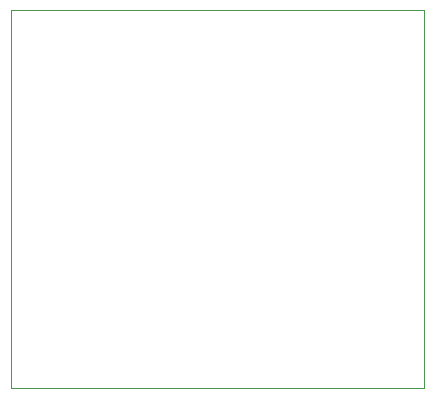
<source format=gbr>
%TF.GenerationSoftware,KiCad,Pcbnew,(5.1.5-131-g305ed0b65)-1*%
%TF.CreationDate,2020-05-01T23:58:58+08:00*%
%TF.ProjectId,PowerSupply,506f7765-7253-4757-9070-6c792e6b6963,rev?*%
%TF.SameCoordinates,Original*%
%TF.FileFunction,Profile,NP*%
%FSLAX46Y46*%
G04 Gerber Fmt 4.6, Leading zero omitted, Abs format (unit mm)*
G04 Created by KiCad (PCBNEW (5.1.5-131-g305ed0b65)-1) date 2020-05-01 23:58:58*
%MOMM*%
%LPD*%
G01*
G04 APERTURE LIST*
%TA.AperFunction,Profile*%
%ADD10C,0.100000*%
%TD*%
G04 APERTURE END LIST*
D10*
X131000000Y-30000000D02*
X96000000Y-30000000D01*
X131000000Y-62000000D02*
X131000000Y-30000000D01*
X96000000Y-62000000D02*
X131000000Y-62000000D01*
X96000000Y-30000000D02*
X96000000Y-62000000D01*
M02*

</source>
